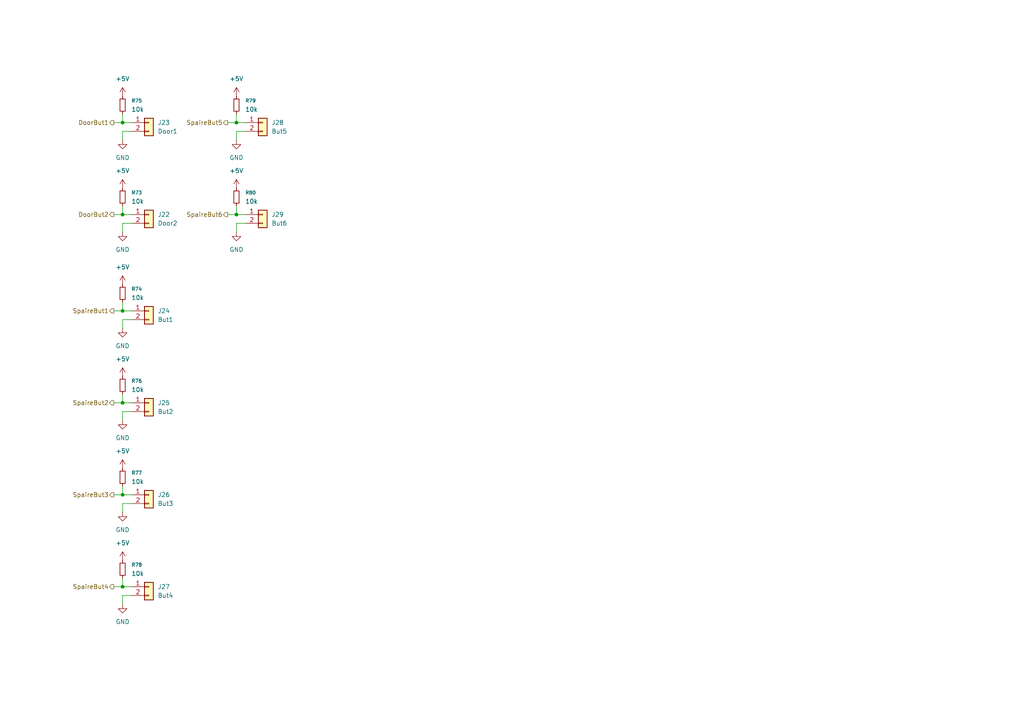
<source format=kicad_sch>
(kicad_sch (version 20250114) (generator "eeschema") (generator_version "9.0")
  (paper "A4")
  (title_block (title "${Project Title}") (date "2025-07-26") (rev "${Revision}") (company "${Company Name}") (comment 1 "${Designed By}"))
  (lib_symbols
    (symbol "Connector_Generic:Conn_01x02" (pin_names (offset 1.016) (hide yes))
      (property "Reference" "J" (at 0 2.54 0))
      (property "Value" "Conn_01x02" (at 0 -5.08 0))
      (symbol "Conn_01x02_1_1"
        (rectangle (start -1.27 1.27) (end 1.27 -3.81) (stroke (width 0.254)) (fill (type background)))
        (rectangle (start -1.27 0.127) (end 0 -0.127) (stroke (width 0.1524)))
        (rectangle (start -1.27 -2.413) (end 0 -2.667) (stroke (width 0.1524)))
        (pin passive line (at -5.08 0 0) (length 3.81) (name "Pin_1") (number "1"))
        (pin passive line (at -5.08 -2.54 0) (length 3.81) (name "Pin_2") (number "2"))
      )
    )
    (symbol "Device:R_Small" (pin_numbers (hide yes)) (pin_names (offset 0.254) (hide yes))
      (property "Reference" "R" (at 0 0 90))
      (property "Value" "R_Small" (at 1.778 0 90))
      (symbol "R_Small_0_1"
        (rectangle (start -0.762 1.778) (end 0.762 -1.778) (stroke (width 0.2032)))
      )
      (symbol "R_Small_1_1"
        (pin passive line (at 0 2.54 270) (length 0.762) (name "~") (number "1"))
        (pin passive line (at 0 -2.54 90) (length 0.762) (name "~") (number "2"))
      )
    )
    (symbol "power:+5V" (power) (pin_numbers (hide yes)) (pin_names (offset 0) (hide yes))
      (property "Value" "+5V" (at 0 3.556 0))
      (symbol "+5V_0_1"
        (polyline (pts (xy -0.762 1.27) (xy 0 2.54)))
        (polyline (pts (xy 0 2.54) (xy 0.762 1.27)))
        (polyline (pts (xy 0 0) (xy 0 2.54)))
      )
      (symbol "+5V_1_1"
        (pin power_in line (at 0 0 90) (length 0) (name "~") (number "1"))
      )
    )
    (symbol "power:GND" (power) (pin_numbers (hide yes)) (pin_names (offset 0) (hide yes))
      (property "Value" "GND" (at 0 -3.81 0))
      (symbol "GND_0_1"
        (polyline (pts (xy 0 0) (xy 0 -1.27) (xy 1.27 -1.27) (xy 0 -2.54) (xy -1.27 -1.27) (xy 0 -1.27)))
      )
      (symbol "GND_1_1"
        (pin power_in line (at 0 0 270) (length 0) (name "~") (number "1"))
      )
    )
  )
  (junction (at 35.56 90.17))
  (junction (at 35.56 62.23))
  (junction (at 35.56 116.84))
  (junction (at 35.56 170.18))
  (junction (at 35.56 35.56))
  (junction (at 68.58 35.56))
  (junction (at 68.58 62.23))
  (junction (at 35.56 143.51))
  (wire (pts (xy 35.56 90.17) (xy 38.1 90.17)))
  (wire (pts (xy 68.58 62.23) (xy 71.12 62.23)))
  (wire (pts (xy 71.12 64.77) (xy 68.58 64.77)))
  (wire (pts (xy 38.1 119.38) (xy 35.56 119.38)))
  (wire (pts (xy 35.56 92.71) (xy 35.56 95.25)))
  (wire (pts (xy 35.56 62.23) (xy 38.1 62.23)))
  (wire (pts (xy 33.02 90.17) (xy 35.56 90.17)))
  (wire (pts (xy 35.56 114.3) (xy 35.56 116.84)))
  (wire (pts (xy 66.04 62.23) (xy 68.58 62.23)))
  (wire (pts (xy 33.02 116.84) (xy 35.56 116.84)))
  (wire (pts (xy 38.1 92.71) (xy 35.56 92.71)))
  (wire (pts (xy 33.02 35.56) (xy 35.56 35.56)))
  (wire (pts (xy 35.56 64.77) (xy 35.56 67.31)))
  (wire (pts (xy 38.1 146.05) (xy 35.56 146.05)))
  (wire (pts (xy 33.02 62.23) (xy 35.56 62.23)))
  (wire (pts (xy 35.56 172.72) (xy 35.56 175.26)))
  (wire (pts (xy 33.02 170.18) (xy 35.56 170.18)))
  (wire (pts (xy 35.56 167.64) (xy 35.56 170.18)))
  (wire (pts (xy 68.58 64.77) (xy 68.58 67.31)))
  (wire (pts (xy 35.56 146.05) (xy 35.56 148.59)))
  (wire (pts (xy 35.56 59.69) (xy 35.56 62.23)))
  (wire (pts (xy 35.56 140.97) (xy 35.56 143.51)))
  (wire (pts (xy 38.1 64.77) (xy 35.56 64.77)))
  (wire (pts (xy 35.56 143.51) (xy 38.1 143.51)))
  (wire (pts (xy 68.58 33.02) (xy 68.58 35.56)))
  (wire (pts (xy 71.12 38.1) (xy 68.58 38.1)))
  (wire (pts (xy 68.58 38.1) (xy 68.58 40.64)))
  (wire (pts (xy 35.56 116.84) (xy 38.1 116.84)))
  (wire (pts (xy 33.02 143.51) (xy 35.56 143.51)))
  (wire (pts (xy 68.58 59.69) (xy 68.58 62.23)))
  (wire (pts (xy 35.56 35.56) (xy 38.1 35.56)))
  (wire (pts (xy 66.04 35.56) (xy 68.58 35.56)))
  (wire (pts (xy 35.56 170.18) (xy 38.1 170.18)))
  (wire (pts (xy 68.58 35.56) (xy 71.12 35.56)))
  (wire (pts (xy 35.56 87.63) (xy 35.56 90.17)))
  (wire (pts (xy 38.1 38.1) (xy 35.56 38.1)))
  (wire (pts (xy 35.56 33.02) (xy 35.56 35.56)))
  (wire (pts (xy 35.56 119.38) (xy 35.56 121.92)))
  (wire (pts (xy 35.56 38.1) (xy 35.56 40.64)))
  (wire (pts (xy 38.1 172.72) (xy 35.56 172.72)))
  (hierarchical_label "SpaireBut3" (shape output) (at 33.02 143.51 180))
  (hierarchical_label "SpaireBut4" (shape output) (at 33.02 170.18 180))
  (hierarchical_label "SpaireBut1" (shape output) (at 33.02 90.17 180))
  (hierarchical_label "SpaireBut6" (shape output) (at 66.04 62.23 180))
  (hierarchical_label "DoorBut2" (shape output) (at 33.02 62.23 180))
  (hierarchical_label "DoorBut1" (shape output) (at 33.02 35.56 180))
  (hierarchical_label "SpaireBut2" (shape output) (at 33.02 116.84 180))
  (hierarchical_label "SpaireBut5" (shape output) (at 66.04 35.56 180))
  (symbol (lib_id "power:GND") (at 35.56 121.92 0) (unit 1)
    (property "Reference" "#PWR098" (effects (hide yes)))
    (property "Value" "GND" (at 35.56 127 0))
    (property "Description" "Power symbol creates a global label with name \"GND\" , ground" (effects (hide yes)))
  )
  (symbol (lib_id "power:+5V") (at 35.56 162.56 0) (unit 1)
    (property "Reference" "#PWR0101" (effects (hide yes)))
    (property "Value" "+5V" (at 35.56 157.48 0))
    (property "Description" "Power symbol creates a global label with name \"+5V\"" (effects (hide yes)))
  )
  (symbol (lib_id "power:GND") (at 35.56 67.31 0) (unit 1)
    (property "Reference" "#PWR093" (effects (hide yes)))
    (property "Value" "GND" (at 35.56 72.39 0))
    (property "Description" "Power symbol creates a global label with name \"GND\" , ground" (effects (hide yes)))
  )
  (symbol (lib_id "Connector_Generic:Conn_01x02") (at 43.18 35.56 0) (unit 1)
    (property "Reference" "J23" (at 45.72 35.5599 0) (effects (justify left)))
    (property "Value" "Door1" (at 45.72 38.0999 0) (effects (justify left)))
    (property "Footprint" "Connector_JST:JST_XA_B02B-XASK-1_1x02_P2.50mm_Vertical" (effects (hide yes)))
    (property "Description" "Generic connector, single row, 01x02, script generated (kicad-library-utils/schlib/autogen/connector/)" (effects (hide yes)))
  )
  (symbol (lib_id "power:GND") (at 35.56 95.25 0) (unit 1)
    (property "Reference" "#PWR096" (effects (hide yes)))
    (property "Value" "GND" (at 35.56 100.33 0))
    (property "Description" "Power symbol creates a global label with name \"GND\" , ground" (effects (hide yes)))
  )
  (symbol (lib_id "power:GND") (at 68.58 40.64 0) (unit 1)
    (property "Reference" "#PWR0104" (effects (hide yes)))
    (property "Value" "GND" (at 68.58 45.72 0))
    (property "Description" "Power symbol creates a global label with name \"GND\" , ground" (effects (hide yes)))
  )
  (symbol (lib_id "Device:R_Small") (at 35.56 57.15 0) (unit 1)
    (property "Reference" "R73" (at 38.1 55.8799 0) (effects (font (size 1.016 1.016)) (justify left)))
    (property "Value" "10k" (at 38.1 58.4199 0) (effects (justify left)))
    (property "Footprint" "Resistor_SMD:R_0805_2012Metric_Pad1.20x1.40mm_HandSolder" (effects (hide yes)))
    (property "Description" "Resistor, small symbol" (effects (hide yes)))
  )
  (symbol (lib_id "power:+5V") (at 68.58 54.61 0) (unit 1)
    (property "Reference" "#PWR0105" (effects (hide yes)))
    (property "Value" "+5V" (at 68.58 49.53 0))
    (property "Description" "Power symbol creates a global label with name \"+5V\"" (effects (hide yes)))
  )
  (symbol (lib_id "Device:R_Small") (at 68.58 30.48 0) (unit 1)
    (property "Reference" "R79" (at 71.12 29.2099 0) (effects (font (size 1.016 1.016)) (justify left)))
    (property "Value" "10k" (at 71.12 31.7499 0) (effects (justify left)))
    (property "Footprint" "Resistor_SMD:R_0805_2012Metric_Pad1.20x1.40mm_HandSolder" (effects (hide yes)))
    (property "Description" "Resistor, small symbol" (effects (hide yes)))
  )
  (symbol (lib_id "power:+5V") (at 35.56 27.94 0) (unit 1)
    (property "Reference" "#PWR092" (effects (hide yes)))
    (property "Value" "+5V" (at 35.56 22.86 0))
    (property "Description" "Power symbol creates a global label with name \"+5V\"" (effects (hide yes)))
  )
  (symbol (lib_id "Connector_Generic:Conn_01x02") (at 43.18 116.84 0) (unit 1)
    (property "Reference" "J25" (at 45.72 116.8399 0) (effects (justify left)))
    (property "Value" "But2" (at 45.72 119.3799 0) (effects (justify left)))
    (property "Footprint" "Connector_JST:JST_XA_B02B-XASK-1_1x02_P2.50mm_Vertical" (effects (hide yes)))
    (property "Description" "Generic connector, single row, 01x02, script generated (kicad-library-utils/schlib/autogen/connector/)" (effects (hide yes)))
  )
  (symbol (lib_id "power:+5V") (at 35.56 54.61 0) (unit 1)
    (property "Reference" "#PWR091" (effects (hide yes)))
    (property "Value" "+5V" (at 35.56 49.53 0))
    (property "Description" "Power symbol creates a global label with name \"+5V\"" (effects (hide yes)))
  )
  (symbol (lib_id "power:GND") (at 68.58 67.31 0) (unit 1)
    (property "Reference" "#PWR0106" (effects (hide yes)))
    (property "Value" "GND" (at 68.58 72.39 0))
    (property "Description" "Power symbol creates a global label with name \"GND\" , ground" (effects (hide yes)))
  )
  (symbol (lib_id "Device:R_Small") (at 35.56 111.76 0) (unit 1)
    (property "Reference" "R76" (at 38.1 110.4899 0) (effects (font (size 1.016 1.016)) (justify left)))
    (property "Value" "10k" (at 38.1 113.0299 0) (effects (justify left)))
    (property "Footprint" "Resistor_SMD:R_0805_2012Metric_Pad1.20x1.40mm_HandSolder" (effects (hide yes)))
    (property "Description" "Resistor, small symbol" (effects (hide yes)))
  )
  (symbol (lib_id "power:GND") (at 35.56 148.59 0) (unit 1)
    (property "Reference" "#PWR0100" (effects (hide yes)))
    (property "Value" "GND" (at 35.56 153.67 0))
    (property "Description" "Power symbol creates a global label with name \"GND\" , ground" (effects (hide yes)))
  )
  (symbol (lib_id "Connector_Generic:Conn_01x02") (at 43.18 90.17 0) (unit 1)
    (property "Reference" "J24" (at 45.72 90.1699 0) (effects (justify left)))
    (property "Value" "But1" (at 45.72 92.7099 0) (effects (justify left)))
    (property "Footprint" "Connector_JST:JST_XA_B02B-XASK-1_1x02_P2.50mm_Vertical" (effects (hide yes)))
    (property "Description" "Generic connector, single row, 01x02, script generated (kicad-library-utils/schlib/autogen/connector/)" (effects (hide yes)))
  )
  (symbol (lib_id "Device:R_Small") (at 68.58 57.15 0) (unit 1)
    (property "Reference" "R80" (at 71.12 55.8799 0) (effects (font (size 1.016 1.016)) (justify left)))
    (property "Value" "10k" (at 71.12 58.4199 0) (effects (justify left)))
    (property "Footprint" "Resistor_SMD:R_0805_2012Metric_Pad1.20x1.40mm_HandSolder" (effects (hide yes)))
    (property "Description" "Resistor, small symbol" (effects (hide yes)))
  )
  (symbol (lib_id "Device:R_Small") (at 35.56 30.48 0) (unit 1)
    (property "Reference" "R75" (at 38.1 29.2099 0) (effects (font (size 1.016 1.016)) (justify left)))
    (property "Value" "10k" (at 38.1 31.7499 0) (effects (justify left)))
    (property "Footprint" "Resistor_SMD:R_0805_2012Metric_Pad1.20x1.40mm_HandSolder" (effects (hide yes)))
    (property "Description" "Resistor, small symbol" (effects (hide yes)))
  )
  (symbol (lib_id "Connector_Generic:Conn_01x02") (at 76.2 35.56 0) (unit 1)
    (property "Reference" "J28" (at 78.74 35.5599 0) (effects (justify left)))
    (property "Value" "But5" (at 78.74 38.0999 0) (effects (justify left)))
    (property "Footprint" "Connector_JST:JST_XA_B02B-XASK-1_1x02_P2.50mm_Vertical" (effects (hide yes)))
    (property "Description" "Generic connector, single row, 01x02, script generated (kicad-library-utils/schlib/autogen/connector/)" (effects (hide yes)))
  )
  (symbol (lib_id "Connector_Generic:Conn_01x02") (at 76.2 62.23 0) (unit 1)
    (property "Reference" "J29" (at 78.74 62.2299 0) (effects (justify left)))
    (property "Value" "But6" (at 78.74 64.7699 0) (effects (justify left)))
    (property "Footprint" "Connector_JST:JST_XA_B02B-XASK-1_1x02_P2.50mm_Vertical" (effects (hide yes)))
    (property "Description" "Generic connector, single row, 01x02, script generated (kicad-library-utils/schlib/autogen/connector/)" (effects (hide yes)))
  )
  (symbol (lib_id "Connector_Generic:Conn_01x02") (at 43.18 170.18 0) (unit 1)
    (property "Reference" "J27" (at 45.72 170.1799 0) (effects (justify left)))
    (property "Value" "But4" (at 45.72 172.7199 0) (effects (justify left)))
    (property "Footprint" "Connector_JST:JST_XA_B02B-XASK-1_1x02_P2.50mm_Vertical" (effects (hide yes)))
    (property "Description" "Generic connector, single row, 01x02, script generated (kicad-library-utils/schlib/autogen/connector/)" (effects (hide yes)))
  )
  (symbol (lib_id "Connector_Generic:Conn_01x02") (at 43.18 143.51 0) (unit 1)
    (property "Reference" "J26" (at 45.72 143.5099 0) (effects (justify left)))
    (property "Value" "But3" (at 45.72 146.0499 0) (effects (justify left)))
    (property "Footprint" "Connector_JST:JST_XA_B02B-XASK-1_1x02_P2.50mm_Vertical" (effects (hide yes)))
    (property "Description" "Generic connector, single row, 01x02, script generated (kicad-library-utils/schlib/autogen/connector/)" (effects (hide yes)))
  )
  (symbol (lib_id "Connector_Generic:Conn_01x02") (at 43.18 62.23 0) (unit 1)
    (property "Reference" "J22" (at 45.72 62.2299 0) (effects (justify left)))
    (property "Value" "Door2" (at 45.72 64.7699 0) (effects (justify left)))
    (property "Footprint" "Connector_JST:JST_XA_B02B-XASK-1_1x02_P2.50mm_Vertical" (effects (hide yes)))
    (property "Description" "Generic connector, single row, 01x02, script generated (kicad-library-utils/schlib/autogen/connector/)" (effects (hide yes)))
  )
  (symbol (lib_id "power:GND") (at 35.56 40.64 0) (unit 1)
    (property "Reference" "#PWR095" (effects (hide yes)))
    (property "Value" "GND" (at 35.56 45.72 0))
    (property "Description" "Power symbol creates a global label with name \"GND\" , ground" (effects (hide yes)))
  )
  (symbol (lib_id "Device:R_Small") (at 35.56 165.1 0) (unit 1)
    (property "Reference" "R78" (at 38.1 163.8299 0) (effects (font (size 1.016 1.016)) (justify left)))
    (property "Value" "10k" (at 38.1 166.3699 0) (effects (justify left)))
    (property "Footprint" "Resistor_SMD:R_0805_2012Metric_Pad1.20x1.40mm_HandSolder" (effects (hide yes)))
    (property "Description" "Resistor, small symbol" (effects (hide yes)))
  )
  (symbol (lib_id "power:GND") (at 35.56 175.26 0) (unit 1)
    (property "Reference" "#PWR0102" (effects (hide yes)))
    (property "Value" "GND" (at 35.56 180.34 0))
    (property "Description" "Power symbol creates a global label with name \"GND\" , ground" (effects (hide yes)))
  )
  (symbol (lib_id "power:+5V") (at 35.56 109.22 0) (unit 1)
    (property "Reference" "#PWR097" (effects (hide yes)))
    (property "Value" "+5V" (at 35.56 104.14 0))
    (property "Description" "Power symbol creates a global label with name \"+5V\"" (effects (hide yes)))
  )
  (symbol (lib_id "Device:R_Small") (at 35.56 85.09 0) (unit 1)
    (property "Reference" "R74" (at 38.1 83.8199 0) (effects (font (size 1.016 1.016)) (justify left)))
    (property "Value" "10k" (at 38.1 86.3599 0) (effects (justify left)))
    (property "Footprint" "Resistor_SMD:R_0805_2012Metric_Pad1.20x1.40mm_HandSolder" (effects (hide yes)))
    (property "Description" "Resistor, small symbol" (effects (hide yes)))
  )
  (symbol (lib_id "power:+5V") (at 35.56 135.89 0) (unit 1)
    (property "Reference" "#PWR099" (effects (hide yes)))
    (property "Value" "+5V" (at 35.56 130.81 0))
    (property "Description" "Power symbol creates a global label with name \"+5V\"" (effects (hide yes)))
  )
  (symbol (lib_id "power:+5V") (at 68.58 27.94 0) (unit 1)
    (property "Reference" "#PWR0103" (effects (hide yes)))
    (property "Value" "+5V" (at 68.58 22.86 0))
    (property "Description" "Power symbol creates a global label with name \"+5V\"" (effects (hide yes)))
  )
  (symbol (lib_id "power:+5V") (at 35.56 82.55 0) (unit 1)
    (property "Reference" "#PWR094" (effects (hide yes)))
    (property "Value" "+5V" (at 35.56 77.47 0))
    (property "Description" "Power symbol creates a global label with name \"+5V\"" (effects (hide yes)))
  )
  (symbol (lib_id "Device:R_Small") (at 35.56 138.43 0) (unit 1)
    (property "Reference" "R77" (at 38.1 137.1599 0) (effects (font (size 1.016 1.016)) (justify left)))
    (property "Value" "10k" (at 38.1 139.6999 0) (effects (justify left)))
    (property "Footprint" "Resistor_SMD:R_0805_2012Metric_Pad1.20x1.40mm_HandSolder" (effects (hide yes)))
    (property "Description" "Resistor, small symbol" (effects (hide yes)))
  )
)
</source>
